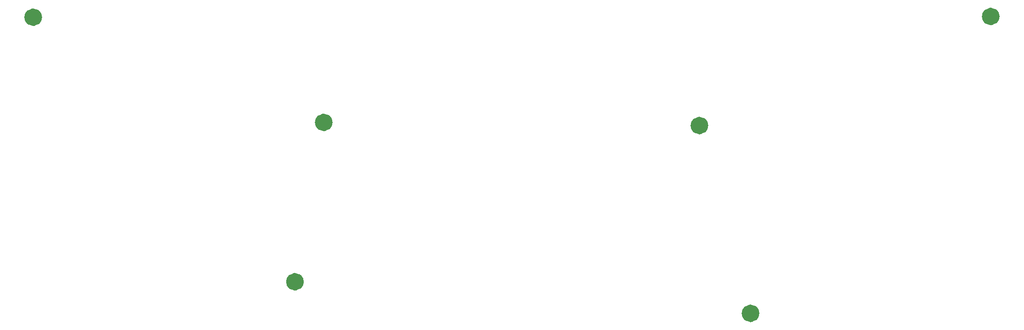
<source format=gbr>
%TF.GenerationSoftware,KiCad,Pcbnew,7.0.2*%
%TF.CreationDate,2024-04-18T14:32:48+02:00*%
%TF.ProjectId,Asfoora,4173666f-6f72-4612-9e6b-696361645f70,rev?*%
%TF.SameCoordinates,Original*%
%TF.FileFunction,Other,Comment*%
%FSLAX46Y46*%
G04 Gerber Fmt 4.6, Leading zero omitted, Abs format (unit mm)*
G04 Created by KiCad (PCBNEW 7.0.2) date 2024-04-18 14:32:48*
%MOMM*%
%LPD*%
G01*
G04 APERTURE LIST*
%ADD10C,1.750000*%
G04 APERTURE END LIST*
%TO.C,H5*%
D10*
X248773000Y-49940000D02*
G75*
G03*
X248773000Y-49940000I-875000J0D01*
G01*
%TO.C,H2*%
X116193960Y-71000607D02*
G75*
G03*
X116193960Y-71000607I-875000J0D01*
G01*
%TO.C,H3*%
X110473000Y-102690000D02*
G75*
G03*
X110473000Y-102690000I-875000J0D01*
G01*
%TO.C,H6*%
X190867000Y-71628000D02*
G75*
G03*
X190867000Y-71628000I-875000J0D01*
G01*
%TO.C,H1*%
X58442383Y-50087604D02*
G75*
G03*
X58442383Y-50087604I-875000J0D01*
G01*
%TO.C,H4*%
X201027000Y-108966000D02*
G75*
G03*
X201027000Y-108966000I-875000J0D01*
G01*
%TD*%
M02*

</source>
